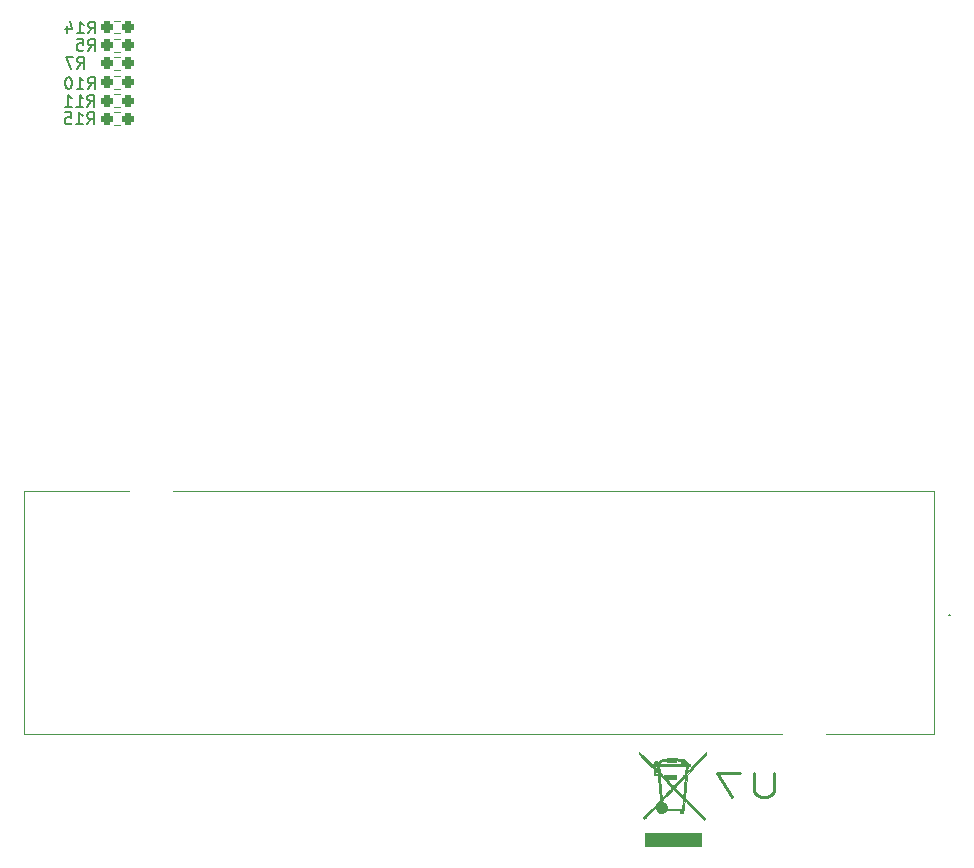
<source format=gbr>
%TF.GenerationSoftware,KiCad,Pcbnew,(6.0.4)*%
%TF.CreationDate,2022-06-30T01:03:10+03:00*%
%TF.ProjectId,test_project_01,74657374-5f70-4726-9f6a-6563745f3031,rev?*%
%TF.SameCoordinates,Original*%
%TF.FileFunction,Legend,Bot*%
%TF.FilePolarity,Positive*%
%FSLAX46Y46*%
G04 Gerber Fmt 4.6, Leading zero omitted, Abs format (unit mm)*
G04 Created by KiCad (PCBNEW (6.0.4)) date 2022-06-30 01:03:10*
%MOMM*%
%LPD*%
G01*
G04 APERTURE LIST*
G04 Aperture macros list*
%AMRoundRect*
0 Rectangle with rounded corners*
0 $1 Rounding radius*
0 $2 $3 $4 $5 $6 $7 $8 $9 X,Y pos of 4 corners*
0 Add a 4 corners polygon primitive as box body*
4,1,4,$2,$3,$4,$5,$6,$7,$8,$9,$2,$3,0*
0 Add four circle primitives for the rounded corners*
1,1,$1+$1,$2,$3*
1,1,$1+$1,$4,$5*
1,1,$1+$1,$6,$7*
1,1,$1+$1,$8,$9*
0 Add four rect primitives between the rounded corners*
20,1,$1+$1,$2,$3,$4,$5,0*
20,1,$1+$1,$4,$5,$6,$7,0*
20,1,$1+$1,$6,$7,$8,$9,0*
20,1,$1+$1,$8,$9,$2,$3,0*%
G04 Aperture macros list end*
%ADD10C,0.254000*%
%ADD11C,0.150000*%
%ADD12C,0.010000*%
%ADD13C,0.200000*%
%ADD14C,0.100000*%
%ADD15C,0.120000*%
%ADD16O,1.700000X1.700000*%
%ADD17R,1.700000X1.700000*%
%ADD18R,2.000000X5.500000*%
%ADD19R,5.000000X1.800000*%
%ADD20R,1.600000X1.600000*%
%ADD21C,1.600000*%
%ADD22C,1.440000*%
%ADD23C,1.300000*%
%ADD24C,1.710000*%
%ADD25C,3.810000*%
%ADD26C,2.700000*%
%ADD27C,1.524000*%
%ADD28R,1.500000X1.600000*%
%ADD29C,3.000000*%
%ADD30RoundRect,0.650000X0.650000X-0.650000X0.650000X0.650000X-0.650000X0.650000X-0.650000X-0.650000X0*%
%ADD31C,2.600000*%
%ADD32RoundRect,0.101600X-1.206500X1.206500X-1.206500X-1.206500X1.206500X-1.206500X1.206500X1.206500X0*%
%ADD33C,2.616200*%
%ADD34C,3.200000*%
%ADD35C,2.800000*%
%ADD36C,1.500000*%
%ADD37R,1.800000X4.400000*%
%ADD38O,1.800000X4.000000*%
%ADD39O,4.000000X1.800000*%
%ADD40R,2.400000X2.400000*%
%ADD41O,2.400000X2.400000*%
%ADD42C,0.900000*%
%ADD43C,1.530000*%
%ADD44C,3.600000*%
%ADD45R,1.950000X1.950000*%
%ADD46C,1.950000*%
%ADD47C,2.400000*%
%ADD48C,5.325000*%
%ADD49C,3.585000*%
%ADD50C,1.980000*%
%ADD51RoundRect,0.237500X0.250000X0.237500X-0.250000X0.237500X-0.250000X-0.237500X0.250000X-0.237500X0*%
G04 APERTURE END LIST*
D10*
%TO.C,U7*%
X114756914Y-142160761D02*
X114756914Y-143779809D01*
X114614057Y-143970285D01*
X114471200Y-144065523D01*
X114185485Y-144160761D01*
X113614057Y-144160761D01*
X113328342Y-144065523D01*
X113185485Y-143970285D01*
X113042628Y-143779809D01*
X113042628Y-142160761D01*
X111899771Y-142160761D02*
X109899771Y-142160761D01*
X111185485Y-144160761D01*
D11*
%TO.C,R11*%
X56624457Y-85745580D02*
X56957790Y-85269390D01*
X57195885Y-85745580D02*
X57195885Y-84745580D01*
X56814933Y-84745580D01*
X56719695Y-84793200D01*
X56672076Y-84840819D01*
X56624457Y-84936057D01*
X56624457Y-85078914D01*
X56672076Y-85174152D01*
X56719695Y-85221771D01*
X56814933Y-85269390D01*
X57195885Y-85269390D01*
X55672076Y-85745580D02*
X56243504Y-85745580D01*
X55957790Y-85745580D02*
X55957790Y-84745580D01*
X56053028Y-84888438D01*
X56148266Y-84983676D01*
X56243504Y-85031295D01*
X54719695Y-85745580D02*
X55291123Y-85745580D01*
X55005409Y-85745580D02*
X55005409Y-84745580D01*
X55100647Y-84888438D01*
X55195885Y-84983676D01*
X55291123Y-85031295D01*
%TO.C,R10*%
X56649857Y-84246980D02*
X56983190Y-83770790D01*
X57221285Y-84246980D02*
X57221285Y-83246980D01*
X56840333Y-83246980D01*
X56745095Y-83294600D01*
X56697476Y-83342219D01*
X56649857Y-83437457D01*
X56649857Y-83580314D01*
X56697476Y-83675552D01*
X56745095Y-83723171D01*
X56840333Y-83770790D01*
X57221285Y-83770790D01*
X55697476Y-84246980D02*
X56268904Y-84246980D01*
X55983190Y-84246980D02*
X55983190Y-83246980D01*
X56078428Y-83389838D01*
X56173666Y-83485076D01*
X56268904Y-83532695D01*
X55078428Y-83246980D02*
X54983190Y-83246980D01*
X54887952Y-83294600D01*
X54840333Y-83342219D01*
X54792714Y-83437457D01*
X54745095Y-83627933D01*
X54745095Y-83866028D01*
X54792714Y-84056504D01*
X54840333Y-84151742D01*
X54887952Y-84199361D01*
X54983190Y-84246980D01*
X55078428Y-84246980D01*
X55173666Y-84199361D01*
X55221285Y-84151742D01*
X55268904Y-84056504D01*
X55316523Y-83866028D01*
X55316523Y-83627933D01*
X55268904Y-83437457D01*
X55221285Y-83342219D01*
X55173666Y-83294600D01*
X55078428Y-83246980D01*
%TO.C,R5*%
X56656266Y-81021180D02*
X56989600Y-80544990D01*
X57227695Y-81021180D02*
X57227695Y-80021180D01*
X56846742Y-80021180D01*
X56751504Y-80068800D01*
X56703885Y-80116419D01*
X56656266Y-80211657D01*
X56656266Y-80354514D01*
X56703885Y-80449752D01*
X56751504Y-80497371D01*
X56846742Y-80544990D01*
X57227695Y-80544990D01*
X55751504Y-80021180D02*
X56227695Y-80021180D01*
X56275314Y-80497371D01*
X56227695Y-80449752D01*
X56132457Y-80402133D01*
X55894361Y-80402133D01*
X55799123Y-80449752D01*
X55751504Y-80497371D01*
X55703885Y-80592609D01*
X55703885Y-80830704D01*
X55751504Y-80925942D01*
X55799123Y-80973561D01*
X55894361Y-81021180D01*
X56132457Y-81021180D01*
X56227695Y-80973561D01*
X56275314Y-80925942D01*
%TO.C,R14*%
X56675257Y-79547980D02*
X57008590Y-79071790D01*
X57246685Y-79547980D02*
X57246685Y-78547980D01*
X56865733Y-78547980D01*
X56770495Y-78595600D01*
X56722876Y-78643219D01*
X56675257Y-78738457D01*
X56675257Y-78881314D01*
X56722876Y-78976552D01*
X56770495Y-79024171D01*
X56865733Y-79071790D01*
X57246685Y-79071790D01*
X55722876Y-79547980D02*
X56294304Y-79547980D01*
X56008590Y-79547980D02*
X56008590Y-78547980D01*
X56103828Y-78690838D01*
X56199066Y-78786076D01*
X56294304Y-78833695D01*
X54865733Y-78881314D02*
X54865733Y-79547980D01*
X55103828Y-78500361D02*
X55341923Y-79214647D01*
X54722876Y-79214647D01*
%TO.C,R15*%
X56599057Y-87244180D02*
X56932390Y-86767990D01*
X57170485Y-87244180D02*
X57170485Y-86244180D01*
X56789533Y-86244180D01*
X56694295Y-86291800D01*
X56646676Y-86339419D01*
X56599057Y-86434657D01*
X56599057Y-86577514D01*
X56646676Y-86672752D01*
X56694295Y-86720371D01*
X56789533Y-86767990D01*
X57170485Y-86767990D01*
X55646676Y-87244180D02*
X56218104Y-87244180D01*
X55932390Y-87244180D02*
X55932390Y-86244180D01*
X56027628Y-86387038D01*
X56122866Y-86482276D01*
X56218104Y-86529895D01*
X54741914Y-86244180D02*
X55218104Y-86244180D01*
X55265723Y-86720371D01*
X55218104Y-86672752D01*
X55122866Y-86625133D01*
X54884771Y-86625133D01*
X54789533Y-86672752D01*
X54741914Y-86720371D01*
X54694295Y-86815609D01*
X54694295Y-87053704D01*
X54741914Y-87148942D01*
X54789533Y-87196561D01*
X54884771Y-87244180D01*
X55122866Y-87244180D01*
X55218104Y-87196561D01*
X55265723Y-87148942D01*
%TO.C,R7*%
X55767266Y-82519780D02*
X56100600Y-82043590D01*
X56338695Y-82519780D02*
X56338695Y-81519780D01*
X55957742Y-81519780D01*
X55862504Y-81567400D01*
X55814885Y-81615019D01*
X55767266Y-81710257D01*
X55767266Y-81853114D01*
X55814885Y-81948352D01*
X55862504Y-81995971D01*
X55957742Y-82043590D01*
X56338695Y-82043590D01*
X55433933Y-81519780D02*
X54767266Y-81519780D01*
X55195838Y-82519780D01*
%TO.C,FID5*%
G36*
X108528184Y-148384126D02*
G01*
X103849237Y-148384126D01*
X103849237Y-147231100D01*
X108528184Y-147231100D01*
X108528184Y-148384126D01*
G37*
D12*
X108528184Y-148384126D02*
X103849237Y-148384126D01*
X103849237Y-147231100D01*
X108528184Y-147231100D01*
X108528184Y-148384126D01*
G36*
X107516445Y-141397683D02*
G01*
X107569141Y-141399126D01*
X107659237Y-141399126D01*
X107659237Y-141549521D01*
X107447228Y-141549521D01*
X107427433Y-141785783D01*
X107424775Y-141818083D01*
X107418583Y-141898940D01*
X107414208Y-141964735D01*
X107412030Y-142009391D01*
X107412426Y-142026833D01*
X107418185Y-142021819D01*
X107444462Y-141995683D01*
X107489888Y-141949358D01*
X107552166Y-141885247D01*
X107628997Y-141805750D01*
X107718080Y-141713269D01*
X107817119Y-141610206D01*
X107923814Y-141498962D01*
X108035865Y-141381938D01*
X108150975Y-141261536D01*
X108266844Y-141140158D01*
X108381174Y-141020204D01*
X108491666Y-140904076D01*
X108596021Y-140794175D01*
X108691940Y-140692904D01*
X108777124Y-140602663D01*
X108849275Y-140525853D01*
X108978194Y-140388139D01*
X108978781Y-140505452D01*
X108979368Y-140622764D01*
X108181286Y-141462085D01*
X107383204Y-142301407D01*
X107367250Y-142492706D01*
X107303419Y-143258128D01*
X107292138Y-143393887D01*
X107278140Y-143563754D01*
X107265220Y-143722105D01*
X107253627Y-143865828D01*
X107243607Y-143991810D01*
X107235407Y-144096938D01*
X107229274Y-144178101D01*
X107225456Y-144232186D01*
X107224199Y-144256080D01*
X107227517Y-144267029D01*
X107242429Y-144290671D01*
X107270709Y-144326303D01*
X107284358Y-144341877D01*
X107313864Y-144375548D01*
X107373399Y-144440028D01*
X107450820Y-144521368D01*
X107547632Y-144621191D01*
X107665342Y-144741120D01*
X107805454Y-144882779D01*
X107897628Y-144975736D01*
X108026119Y-145105395D01*
X108154159Y-145234679D01*
X108277900Y-145359697D01*
X108393492Y-145476559D01*
X108497085Y-145581374D01*
X108584831Y-145670252D01*
X108652881Y-145739302D01*
X108919617Y-146010357D01*
X108871169Y-146060926D01*
X108859743Y-146072319D01*
X108826035Y-146100297D01*
X108802910Y-146111495D01*
X108784805Y-146101935D01*
X108751145Y-146073249D01*
X108710792Y-146032120D01*
X108686230Y-146006142D01*
X108640423Y-145958704D01*
X108575683Y-145892166D01*
X108494295Y-145808863D01*
X108398545Y-145711128D01*
X108290721Y-145601295D01*
X108173108Y-145481696D01*
X108047992Y-145354666D01*
X107917659Y-145222538D01*
X107196831Y-144492332D01*
X107167469Y-144871617D01*
X107161068Y-144952572D01*
X107151721Y-145061393D01*
X107143290Y-145143817D01*
X107135151Y-145204175D01*
X107126679Y-145246800D01*
X107117250Y-145276024D01*
X107106237Y-145296180D01*
X107090825Y-145324350D01*
X107078143Y-145376139D01*
X107074368Y-145450752D01*
X107074368Y-145560047D01*
X106773579Y-145560047D01*
X106773579Y-145326100D01*
X105649832Y-145326100D01*
X105584875Y-145399895D01*
X105567110Y-145419111D01*
X105470831Y-145496312D01*
X105362049Y-145543839D01*
X105244262Y-145560047D01*
X105140327Y-145551454D01*
X105022770Y-145515228D01*
X104922134Y-145450482D01*
X104902520Y-145431978D01*
X104853503Y-145372075D01*
X104810497Y-145302293D01*
X104779658Y-145233509D01*
X104767141Y-145176602D01*
X104766899Y-145168341D01*
X104765099Y-145138071D01*
X104760392Y-145117163D01*
X104750544Y-145107269D01*
X104733323Y-145110044D01*
X104706494Y-145127140D01*
X104667824Y-145160210D01*
X104615080Y-145210907D01*
X104546028Y-145280885D01*
X104458434Y-145371797D01*
X104350065Y-145485295D01*
X104292342Y-145545880D01*
X104195855Y-145647318D01*
X104104568Y-145743489D01*
X104022059Y-145830613D01*
X103951906Y-145904911D01*
X103897685Y-145962603D01*
X103862974Y-145999910D01*
X103768092Y-146103139D01*
X103709449Y-146044652D01*
X103650805Y-145986166D01*
X104376179Y-145225837D01*
X104421916Y-145177863D01*
X104584633Y-145006540D01*
X104724313Y-144858338D01*
X104841373Y-144732798D01*
X104936233Y-144629461D01*
X105003309Y-144554567D01*
X105277947Y-144554567D01*
X105280106Y-144572189D01*
X105280483Y-144574030D01*
X105298480Y-144615771D01*
X105334428Y-144635220D01*
X105445237Y-144676683D01*
X105543963Y-144745756D01*
X105621611Y-144837124D01*
X105674828Y-144946795D01*
X105700258Y-145070773D01*
X105708681Y-145175705D01*
X106970482Y-145175705D01*
X106979280Y-145138106D01*
X106980836Y-145128879D01*
X106985672Y-145087618D01*
X106992271Y-145020904D01*
X107000142Y-144934053D01*
X107008797Y-144832377D01*
X107017743Y-144721192D01*
X107047409Y-144341877D01*
X106647532Y-143935798D01*
X106574187Y-143861561D01*
X106484447Y-143771437D01*
X106403940Y-143691375D01*
X106335488Y-143624142D01*
X106281917Y-143572510D01*
X106246052Y-143539246D01*
X106230715Y-143527121D01*
X106220431Y-143532914D01*
X106189801Y-143559275D01*
X106143705Y-143603309D01*
X106086265Y-143661044D01*
X106021605Y-143728511D01*
X106004738Y-143746404D01*
X105929107Y-143826439D01*
X105838984Y-143921577D01*
X105741155Y-144024667D01*
X105642405Y-144128556D01*
X105549520Y-144226093D01*
X105543940Y-144231946D01*
X105457584Y-144322814D01*
X105391690Y-144393177D01*
X105343651Y-144446383D01*
X105310863Y-144485777D01*
X105290720Y-144514708D01*
X105280616Y-144536522D01*
X105277947Y-144554567D01*
X105003309Y-144554567D01*
X105009311Y-144547866D01*
X105061026Y-144487555D01*
X105091796Y-144448066D01*
X105102040Y-144428942D01*
X105102041Y-144428829D01*
X105100636Y-144404994D01*
X105096531Y-144351567D01*
X105090048Y-144272184D01*
X105081508Y-144170480D01*
X105071233Y-144050093D01*
X105059544Y-143914657D01*
X105046763Y-143767811D01*
X105033212Y-143613190D01*
X105019212Y-143454430D01*
X105005085Y-143295168D01*
X104991153Y-143139041D01*
X104977736Y-142989683D01*
X104965157Y-142850733D01*
X104953738Y-142725826D01*
X104943799Y-142618598D01*
X104935662Y-142532687D01*
X104929650Y-142471727D01*
X104926083Y-142439356D01*
X104918891Y-142385138D01*
X105090573Y-142385138D01*
X105092772Y-142426230D01*
X105097611Y-142495335D01*
X105104848Y-142589470D01*
X105114241Y-142705653D01*
X105125547Y-142840899D01*
X105138523Y-142992227D01*
X105152929Y-143156654D01*
X105168521Y-143331197D01*
X105180710Y-143465806D01*
X105195976Y-143632745D01*
X105210269Y-143787218D01*
X105223305Y-143926249D01*
X105234800Y-144046864D01*
X105244470Y-144146089D01*
X105252030Y-144220948D01*
X105257197Y-144268467D01*
X105259686Y-144285672D01*
X105267236Y-144280342D01*
X105294922Y-144254178D01*
X105339909Y-144209237D01*
X105399100Y-144148791D01*
X105469399Y-144076109D01*
X105547708Y-143994464D01*
X105630930Y-143907126D01*
X105715969Y-143817367D01*
X105799727Y-143728458D01*
X105879107Y-143643670D01*
X105951013Y-143566273D01*
X106012347Y-143499541D01*
X106060013Y-143446742D01*
X106090913Y-143411150D01*
X106099941Y-143398786D01*
X106341574Y-143398786D01*
X106707971Y-143764899D01*
X106797569Y-143854279D01*
X106882013Y-143937920D01*
X106947427Y-144001627D01*
X106996208Y-144047468D01*
X107030753Y-144077509D01*
X107053459Y-144093818D01*
X107066722Y-144098462D01*
X107072940Y-144093508D01*
X107074509Y-144081023D01*
X107075515Y-144060963D01*
X107079140Y-144009312D01*
X107085130Y-143930920D01*
X107093198Y-143829359D01*
X107103055Y-143708202D01*
X107114413Y-143571021D01*
X107126984Y-143421387D01*
X107140480Y-143262871D01*
X107152395Y-143123163D01*
X107164811Y-142976014D01*
X107175943Y-142842405D01*
X107185526Y-142725628D01*
X107193290Y-142628978D01*
X107198969Y-142555745D01*
X107202297Y-142509224D01*
X107203004Y-142492706D01*
X107202444Y-142493016D01*
X107186663Y-142508223D01*
X107151606Y-142543903D01*
X107100363Y-142596820D01*
X107036019Y-142663739D01*
X106961664Y-142741423D01*
X106880385Y-142826636D01*
X106795270Y-142916141D01*
X106709406Y-143006702D01*
X106625881Y-143095083D01*
X106547784Y-143178048D01*
X106478202Y-143252360D01*
X106344141Y-143396034D01*
X106341574Y-143398786D01*
X106099941Y-143398786D01*
X106101951Y-143396034D01*
X106091131Y-143381385D01*
X106059674Y-143346322D01*
X106010503Y-143293865D01*
X105946544Y-143226972D01*
X105870723Y-143148599D01*
X105785967Y-143061703D01*
X105695202Y-142969241D01*
X105601356Y-142874169D01*
X105507354Y-142779445D01*
X105416124Y-142688024D01*
X105330591Y-142602865D01*
X105253683Y-142526923D01*
X105188326Y-142463156D01*
X105137446Y-142414520D01*
X105103970Y-142383972D01*
X105090824Y-142374468D01*
X105090573Y-142385138D01*
X104918891Y-142385138D01*
X104916663Y-142368337D01*
X104551079Y-142368337D01*
X104550870Y-142234652D01*
X104684763Y-142234652D01*
X104793382Y-142234652D01*
X104803045Y-142234644D01*
X104857604Y-142233480D01*
X104887276Y-142228502D01*
X104899571Y-142217077D01*
X104902000Y-142196571D01*
X104891301Y-142166429D01*
X104854654Y-142116287D01*
X104793382Y-142050837D01*
X104684763Y-141943184D01*
X104684763Y-142234652D01*
X104550870Y-142234652D01*
X104550641Y-142088435D01*
X104550204Y-141808534D01*
X103949885Y-141198600D01*
X103349567Y-140588666D01*
X103348744Y-140472937D01*
X103347921Y-140357210D01*
X104067969Y-141087049D01*
X104137564Y-141157544D01*
X104281975Y-141303428D01*
X104405442Y-141427475D01*
X104509560Y-141531211D01*
X104595925Y-141616162D01*
X104666132Y-141683856D01*
X104721776Y-141735819D01*
X104764452Y-141773577D01*
X104795756Y-141798657D01*
X104817282Y-141812586D01*
X104830625Y-141816889D01*
X104853125Y-141815586D01*
X104865756Y-141806068D01*
X104867934Y-141780027D01*
X104862697Y-141729159D01*
X104859086Y-141697133D01*
X104854061Y-141643602D01*
X104852037Y-141608008D01*
X104851045Y-141595738D01*
X104841386Y-141582596D01*
X104814703Y-141578241D01*
X104762902Y-141580142D01*
X104749676Y-141580887D01*
X104696733Y-141580047D01*
X104659073Y-141568413D01*
X104632529Y-141549521D01*
X105008974Y-141549521D01*
X105014504Y-141612185D01*
X105017058Y-141640617D01*
X105025018Y-141718242D01*
X105032861Y-141769369D01*
X105042031Y-141799311D01*
X105053973Y-141813380D01*
X105070129Y-141816889D01*
X105084656Y-141819279D01*
X105094289Y-141830698D01*
X105099672Y-141857245D01*
X105102015Y-141905014D01*
X105102526Y-141980102D01*
X105102526Y-142143315D01*
X105155948Y-142196571D01*
X105286342Y-142326560D01*
X105470158Y-142509806D01*
X105470158Y-142368337D01*
X106472790Y-142368337D01*
X106472790Y-142685837D01*
X105650827Y-142685837D01*
X105929589Y-142974093D01*
X105982984Y-143029148D01*
X106056817Y-143104720D01*
X106120929Y-143169682D01*
X106171961Y-143220660D01*
X106206557Y-143254281D01*
X106221357Y-143267174D01*
X106226983Y-143263618D01*
X106253363Y-143239718D01*
X106298849Y-143195462D01*
X106361012Y-143133308D01*
X106437422Y-143055715D01*
X106525649Y-142965140D01*
X106623262Y-142864041D01*
X106727833Y-142754875D01*
X106832940Y-142644564D01*
X106935974Y-142535846D01*
X107019530Y-142446736D01*
X107085654Y-142374871D01*
X107136387Y-142317889D01*
X107173775Y-142273428D01*
X107199860Y-142239125D01*
X107216687Y-142212617D01*
X107226298Y-142191542D01*
X107230739Y-142173539D01*
X107231916Y-142164769D01*
X107237136Y-142116447D01*
X107243742Y-142045307D01*
X107251008Y-141959461D01*
X107258207Y-141867021D01*
X107260648Y-141834825D01*
X107267701Y-141747836D01*
X107274425Y-141672803D01*
X107280160Y-141616855D01*
X107284240Y-141587120D01*
X107292242Y-141549521D01*
X105008974Y-141549521D01*
X104632529Y-141549521D01*
X104621956Y-141541996D01*
X104615563Y-141536435D01*
X104563285Y-141469087D01*
X104542581Y-141399126D01*
X104995481Y-141399126D01*
X106875306Y-141399126D01*
X107157921Y-141399126D01*
X107233706Y-141399126D01*
X107256412Y-141398966D01*
X107290054Y-141396042D01*
X107299766Y-141386570D01*
X107292227Y-141366867D01*
X107289999Y-141363111D01*
X107264990Y-141334223D01*
X107228757Y-141302163D01*
X107192613Y-141276160D01*
X107167874Y-141265442D01*
X107165650Y-141267136D01*
X107160131Y-141290410D01*
X107157921Y-141332284D01*
X107157921Y-141399126D01*
X106875306Y-141399126D01*
X106870397Y-141278607D01*
X106865487Y-141158088D01*
X106765224Y-141137948D01*
X106714943Y-141128814D01*
X106630975Y-141116025D01*
X106552165Y-141106376D01*
X106439368Y-141094945D01*
X106439368Y-141232021D01*
X105670684Y-141232021D01*
X105670684Y-141111196D01*
X105574599Y-141122665D01*
X105427787Y-141147246D01*
X105280032Y-141191689D01*
X105157814Y-141253662D01*
X105059062Y-141334013D01*
X104995481Y-141399126D01*
X104542581Y-141399126D01*
X104540281Y-141391354D01*
X104547328Y-141309811D01*
X104585203Y-141231034D01*
X104588868Y-141226129D01*
X104639486Y-141183927D01*
X104705474Y-141158965D01*
X104776607Y-141152325D01*
X104842664Y-141165092D01*
X104893419Y-141198350D01*
X104910604Y-141215329D01*
X104927345Y-141219444D01*
X104951318Y-141206715D01*
X104991799Y-141174932D01*
X105004219Y-141165164D01*
X105100111Y-141103511D01*
X105213715Y-141048684D01*
X105306630Y-141014784D01*
X105804368Y-141014784D01*
X105804368Y-141098337D01*
X106305684Y-141098337D01*
X106305684Y-141014784D01*
X105804368Y-141014784D01*
X105306630Y-141014784D01*
X105334453Y-141004633D01*
X105451746Y-140975306D01*
X105555017Y-140964652D01*
X105565988Y-140964568D01*
X105626970Y-140958631D01*
X105660460Y-140941985D01*
X105670684Y-140912733D01*
X105671885Y-140903517D01*
X105678449Y-140895591D01*
X105694391Y-140889789D01*
X105723719Y-140885781D01*
X105770440Y-140883239D01*
X105838559Y-140881830D01*
X105932086Y-140881228D01*
X106055026Y-140881100D01*
X106170219Y-140881325D01*
X106268126Y-140882235D01*
X106339800Y-140884069D01*
X106389001Y-140887066D01*
X106419490Y-140891463D01*
X106435025Y-140897498D01*
X106439368Y-140905408D01*
X106453653Y-140924832D01*
X106493678Y-140937227D01*
X106508997Y-140939396D01*
X106561230Y-140947030D01*
X106630737Y-140957378D01*
X106706737Y-140968840D01*
X106748651Y-140974675D01*
X106809992Y-140980994D01*
X106853273Y-140982518D01*
X106871057Y-140978797D01*
X106874094Y-140976373D01*
X106902130Y-140970385D01*
X106952564Y-140966217D01*
X107017274Y-140964652D01*
X107157921Y-140964652D01*
X107157937Y-141014784D01*
X107157938Y-141018962D01*
X107158595Y-141036172D01*
X107167141Y-141065067D01*
X107191466Y-141089572D01*
X107238918Y-141118743D01*
X107280573Y-141145393D01*
X107343989Y-141196560D01*
X107401460Y-141254000D01*
X107445422Y-141309879D01*
X107468311Y-141356362D01*
X107473919Y-141374274D01*
X107484309Y-141386570D01*
X107487812Y-141390716D01*
X107516445Y-141397683D01*
G37*
X107516445Y-141397683D02*
X107569141Y-141399126D01*
X107659237Y-141399126D01*
X107659237Y-141549521D01*
X107447228Y-141549521D01*
X107427433Y-141785783D01*
X107424775Y-141818083D01*
X107418583Y-141898940D01*
X107414208Y-141964735D01*
X107412030Y-142009391D01*
X107412426Y-142026833D01*
X107418185Y-142021819D01*
X107444462Y-141995683D01*
X107489888Y-141949358D01*
X107552166Y-141885247D01*
X107628997Y-141805750D01*
X107718080Y-141713269D01*
X107817119Y-141610206D01*
X107923814Y-141498962D01*
X108035865Y-141381938D01*
X108150975Y-141261536D01*
X108266844Y-141140158D01*
X108381174Y-141020204D01*
X108491666Y-140904076D01*
X108596021Y-140794175D01*
X108691940Y-140692904D01*
X108777124Y-140602663D01*
X108849275Y-140525853D01*
X108978194Y-140388139D01*
X108978781Y-140505452D01*
X108979368Y-140622764D01*
X108181286Y-141462085D01*
X107383204Y-142301407D01*
X107367250Y-142492706D01*
X107303419Y-143258128D01*
X107292138Y-143393887D01*
X107278140Y-143563754D01*
X107265220Y-143722105D01*
X107253627Y-143865828D01*
X107243607Y-143991810D01*
X107235407Y-144096938D01*
X107229274Y-144178101D01*
X107225456Y-144232186D01*
X107224199Y-144256080D01*
X107227517Y-144267029D01*
X107242429Y-144290671D01*
X107270709Y-144326303D01*
X107284358Y-144341877D01*
X107313864Y-144375548D01*
X107373399Y-144440028D01*
X107450820Y-144521368D01*
X107547632Y-144621191D01*
X107665342Y-144741120D01*
X107805454Y-144882779D01*
X107897628Y-144975736D01*
X108026119Y-145105395D01*
X108154159Y-145234679D01*
X108277900Y-145359697D01*
X108393492Y-145476559D01*
X108497085Y-145581374D01*
X108584831Y-145670252D01*
X108652881Y-145739302D01*
X108919617Y-146010357D01*
X108871169Y-146060926D01*
X108859743Y-146072319D01*
X108826035Y-146100297D01*
X108802910Y-146111495D01*
X108784805Y-146101935D01*
X108751145Y-146073249D01*
X108710792Y-146032120D01*
X108686230Y-146006142D01*
X108640423Y-145958704D01*
X108575683Y-145892166D01*
X108494295Y-145808863D01*
X108398545Y-145711128D01*
X108290721Y-145601295D01*
X108173108Y-145481696D01*
X108047992Y-145354666D01*
X107917659Y-145222538D01*
X107196831Y-144492332D01*
X107167469Y-144871617D01*
X107161068Y-144952572D01*
X107151721Y-145061393D01*
X107143290Y-145143817D01*
X107135151Y-145204175D01*
X107126679Y-145246800D01*
X107117250Y-145276024D01*
X107106237Y-145296180D01*
X107090825Y-145324350D01*
X107078143Y-145376139D01*
X107074368Y-145450752D01*
X107074368Y-145560047D01*
X106773579Y-145560047D01*
X106773579Y-145326100D01*
X105649832Y-145326100D01*
X105584875Y-145399895D01*
X105567110Y-145419111D01*
X105470831Y-145496312D01*
X105362049Y-145543839D01*
X105244262Y-145560047D01*
X105140327Y-145551454D01*
X105022770Y-145515228D01*
X104922134Y-145450482D01*
X104902520Y-145431978D01*
X104853503Y-145372075D01*
X104810497Y-145302293D01*
X104779658Y-145233509D01*
X104767141Y-145176602D01*
X104766899Y-145168341D01*
X104765099Y-145138071D01*
X104760392Y-145117163D01*
X104750544Y-145107269D01*
X104733323Y-145110044D01*
X104706494Y-145127140D01*
X104667824Y-145160210D01*
X104615080Y-145210907D01*
X104546028Y-145280885D01*
X104458434Y-145371797D01*
X104350065Y-145485295D01*
X104292342Y-145545880D01*
X104195855Y-145647318D01*
X104104568Y-145743489D01*
X104022059Y-145830613D01*
X103951906Y-145904911D01*
X103897685Y-145962603D01*
X103862974Y-145999910D01*
X103768092Y-146103139D01*
X103709449Y-146044652D01*
X103650805Y-145986166D01*
X104376179Y-145225837D01*
X104421916Y-145177863D01*
X104584633Y-145006540D01*
X104724313Y-144858338D01*
X104841373Y-144732798D01*
X104936233Y-144629461D01*
X105003309Y-144554567D01*
X105277947Y-144554567D01*
X105280106Y-144572189D01*
X105280483Y-144574030D01*
X105298480Y-144615771D01*
X105334428Y-144635220D01*
X105445237Y-144676683D01*
X105543963Y-144745756D01*
X105621611Y-144837124D01*
X105674828Y-144946795D01*
X105700258Y-145070773D01*
X105708681Y-145175705D01*
X106970482Y-145175705D01*
X106979280Y-145138106D01*
X106980836Y-145128879D01*
X106985672Y-145087618D01*
X106992271Y-145020904D01*
X107000142Y-144934053D01*
X107008797Y-144832377D01*
X107017743Y-144721192D01*
X107047409Y-144341877D01*
X106647532Y-143935798D01*
X106574187Y-143861561D01*
X106484447Y-143771437D01*
X106403940Y-143691375D01*
X106335488Y-143624142D01*
X106281917Y-143572510D01*
X106246052Y-143539246D01*
X106230715Y-143527121D01*
X106220431Y-143532914D01*
X106189801Y-143559275D01*
X106143705Y-143603309D01*
X106086265Y-143661044D01*
X106021605Y-143728511D01*
X106004738Y-143746404D01*
X105929107Y-143826439D01*
X105838984Y-143921577D01*
X105741155Y-144024667D01*
X105642405Y-144128556D01*
X105549520Y-144226093D01*
X105543940Y-144231946D01*
X105457584Y-144322814D01*
X105391690Y-144393177D01*
X105343651Y-144446383D01*
X105310863Y-144485777D01*
X105290720Y-144514708D01*
X105280616Y-144536522D01*
X105277947Y-144554567D01*
X105003309Y-144554567D01*
X105009311Y-144547866D01*
X105061026Y-144487555D01*
X105091796Y-144448066D01*
X105102040Y-144428942D01*
X105102041Y-144428829D01*
X105100636Y-144404994D01*
X105096531Y-144351567D01*
X105090048Y-144272184D01*
X105081508Y-144170480D01*
X105071233Y-144050093D01*
X105059544Y-143914657D01*
X105046763Y-143767811D01*
X105033212Y-143613190D01*
X105019212Y-143454430D01*
X105005085Y-143295168D01*
X104991153Y-143139041D01*
X104977736Y-142989683D01*
X104965157Y-142850733D01*
X104953738Y-142725826D01*
X104943799Y-142618598D01*
X104935662Y-142532687D01*
X104929650Y-142471727D01*
X104926083Y-142439356D01*
X104918891Y-142385138D01*
X105090573Y-142385138D01*
X105092772Y-142426230D01*
X105097611Y-142495335D01*
X105104848Y-142589470D01*
X105114241Y-142705653D01*
X105125547Y-142840899D01*
X105138523Y-142992227D01*
X105152929Y-143156654D01*
X105168521Y-143331197D01*
X105180710Y-143465806D01*
X105195976Y-143632745D01*
X105210269Y-143787218D01*
X105223305Y-143926249D01*
X105234800Y-144046864D01*
X105244470Y-144146089D01*
X105252030Y-144220948D01*
X105257197Y-144268467D01*
X105259686Y-144285672D01*
X105267236Y-144280342D01*
X105294922Y-144254178D01*
X105339909Y-144209237D01*
X105399100Y-144148791D01*
X105469399Y-144076109D01*
X105547708Y-143994464D01*
X105630930Y-143907126D01*
X105715969Y-143817367D01*
X105799727Y-143728458D01*
X105879107Y-143643670D01*
X105951013Y-143566273D01*
X106012347Y-143499541D01*
X106060013Y-143446742D01*
X106090913Y-143411150D01*
X106099941Y-143398786D01*
X106341574Y-143398786D01*
X106707971Y-143764899D01*
X106797569Y-143854279D01*
X106882013Y-143937920D01*
X106947427Y-144001627D01*
X106996208Y-144047468D01*
X107030753Y-144077509D01*
X107053459Y-144093818D01*
X107066722Y-144098462D01*
X107072940Y-144093508D01*
X107074509Y-144081023D01*
X107075515Y-144060963D01*
X107079140Y-144009312D01*
X107085130Y-143930920D01*
X107093198Y-143829359D01*
X107103055Y-143708202D01*
X107114413Y-143571021D01*
X107126984Y-143421387D01*
X107140480Y-143262871D01*
X107152395Y-143123163D01*
X107164811Y-142976014D01*
X107175943Y-142842405D01*
X107185526Y-142725628D01*
X107193290Y-142628978D01*
X107198969Y-142555745D01*
X107202297Y-142509224D01*
X107203004Y-142492706D01*
X107202444Y-142493016D01*
X107186663Y-142508223D01*
X107151606Y-142543903D01*
X107100363Y-142596820D01*
X107036019Y-142663739D01*
X106961664Y-142741423D01*
X106880385Y-142826636D01*
X106795270Y-142916141D01*
X106709406Y-143006702D01*
X106625881Y-143095083D01*
X106547784Y-143178048D01*
X106478202Y-143252360D01*
X106344141Y-143396034D01*
X106341574Y-143398786D01*
X106099941Y-143398786D01*
X106101951Y-143396034D01*
X106091131Y-143381385D01*
X106059674Y-143346322D01*
X106010503Y-143293865D01*
X105946544Y-143226972D01*
X105870723Y-143148599D01*
X105785967Y-143061703D01*
X105695202Y-142969241D01*
X105601356Y-142874169D01*
X105507354Y-142779445D01*
X105416124Y-142688024D01*
X105330591Y-142602865D01*
X105253683Y-142526923D01*
X105188326Y-142463156D01*
X105137446Y-142414520D01*
X105103970Y-142383972D01*
X105090824Y-142374468D01*
X105090573Y-142385138D01*
X104918891Y-142385138D01*
X104916663Y-142368337D01*
X104551079Y-142368337D01*
X104550870Y-142234652D01*
X104684763Y-142234652D01*
X104793382Y-142234652D01*
X104803045Y-142234644D01*
X104857604Y-142233480D01*
X104887276Y-142228502D01*
X104899571Y-142217077D01*
X104902000Y-142196571D01*
X104891301Y-142166429D01*
X104854654Y-142116287D01*
X104793382Y-142050837D01*
X104684763Y-141943184D01*
X104684763Y-142234652D01*
X104550870Y-142234652D01*
X104550641Y-142088435D01*
X104550204Y-141808534D01*
X103949885Y-141198600D01*
X103349567Y-140588666D01*
X103348744Y-140472937D01*
X103347921Y-140357210D01*
X104067969Y-141087049D01*
X104137564Y-141157544D01*
X104281975Y-141303428D01*
X104405442Y-141427475D01*
X104509560Y-141531211D01*
X104595925Y-141616162D01*
X104666132Y-141683856D01*
X104721776Y-141735819D01*
X104764452Y-141773577D01*
X104795756Y-141798657D01*
X104817282Y-141812586D01*
X104830625Y-141816889D01*
X104853125Y-141815586D01*
X104865756Y-141806068D01*
X104867934Y-141780027D01*
X104862697Y-141729159D01*
X104859086Y-141697133D01*
X104854061Y-141643602D01*
X104852037Y-141608008D01*
X104851045Y-141595738D01*
X104841386Y-141582596D01*
X104814703Y-141578241D01*
X104762902Y-141580142D01*
X104749676Y-141580887D01*
X104696733Y-141580047D01*
X104659073Y-141568413D01*
X104632529Y-141549521D01*
X105008974Y-141549521D01*
X105014504Y-141612185D01*
X105017058Y-141640617D01*
X105025018Y-141718242D01*
X105032861Y-141769369D01*
X105042031Y-141799311D01*
X105053973Y-141813380D01*
X105070129Y-141816889D01*
X105084656Y-141819279D01*
X105094289Y-141830698D01*
X105099672Y-141857245D01*
X105102015Y-141905014D01*
X105102526Y-141980102D01*
X105102526Y-142143315D01*
X105155948Y-142196571D01*
X105286342Y-142326560D01*
X105470158Y-142509806D01*
X105470158Y-142368337D01*
X106472790Y-142368337D01*
X106472790Y-142685837D01*
X105650827Y-142685837D01*
X105929589Y-142974093D01*
X105982984Y-143029148D01*
X106056817Y-143104720D01*
X106120929Y-143169682D01*
X106171961Y-143220660D01*
X106206557Y-143254281D01*
X106221357Y-143267174D01*
X106226983Y-143263618D01*
X106253363Y-143239718D01*
X106298849Y-143195462D01*
X106361012Y-143133308D01*
X106437422Y-143055715D01*
X106525649Y-142965140D01*
X106623262Y-142864041D01*
X106727833Y-142754875D01*
X106832940Y-142644564D01*
X106935974Y-142535846D01*
X107019530Y-142446736D01*
X107085654Y-142374871D01*
X107136387Y-142317889D01*
X107173775Y-142273428D01*
X107199860Y-142239125D01*
X107216687Y-142212617D01*
X107226298Y-142191542D01*
X107230739Y-142173539D01*
X107231916Y-142164769D01*
X107237136Y-142116447D01*
X107243742Y-142045307D01*
X107251008Y-141959461D01*
X107258207Y-141867021D01*
X107260648Y-141834825D01*
X107267701Y-141747836D01*
X107274425Y-141672803D01*
X107280160Y-141616855D01*
X107284240Y-141587120D01*
X107292242Y-141549521D01*
X105008974Y-141549521D01*
X104632529Y-141549521D01*
X104621956Y-141541996D01*
X104615563Y-141536435D01*
X104563285Y-141469087D01*
X104542581Y-141399126D01*
X104995481Y-141399126D01*
X106875306Y-141399126D01*
X107157921Y-141399126D01*
X107233706Y-141399126D01*
X107256412Y-141398966D01*
X107290054Y-141396042D01*
X107299766Y-141386570D01*
X107292227Y-141366867D01*
X107289999Y-141363111D01*
X107264990Y-141334223D01*
X107228757Y-141302163D01*
X107192613Y-141276160D01*
X107167874Y-141265442D01*
X107165650Y-141267136D01*
X107160131Y-141290410D01*
X107157921Y-141332284D01*
X107157921Y-141399126D01*
X106875306Y-141399126D01*
X106870397Y-141278607D01*
X106865487Y-141158088D01*
X106765224Y-141137948D01*
X106714943Y-141128814D01*
X106630975Y-141116025D01*
X106552165Y-141106376D01*
X106439368Y-141094945D01*
X106439368Y-141232021D01*
X105670684Y-141232021D01*
X105670684Y-141111196D01*
X105574599Y-141122665D01*
X105427787Y-141147246D01*
X105280032Y-141191689D01*
X105157814Y-141253662D01*
X105059062Y-141334013D01*
X104995481Y-141399126D01*
X104542581Y-141399126D01*
X104540281Y-141391354D01*
X104547328Y-141309811D01*
X104585203Y-141231034D01*
X104588868Y-141226129D01*
X104639486Y-141183927D01*
X104705474Y-141158965D01*
X104776607Y-141152325D01*
X104842664Y-141165092D01*
X104893419Y-141198350D01*
X104910604Y-141215329D01*
X104927345Y-141219444D01*
X104951318Y-141206715D01*
X104991799Y-141174932D01*
X105004219Y-141165164D01*
X105100111Y-141103511D01*
X105213715Y-141048684D01*
X105306630Y-141014784D01*
X105804368Y-141014784D01*
X105804368Y-141098337D01*
X106305684Y-141098337D01*
X106305684Y-141014784D01*
X105804368Y-141014784D01*
X105306630Y-141014784D01*
X105334453Y-141004633D01*
X105451746Y-140975306D01*
X105555017Y-140964652D01*
X105565988Y-140964568D01*
X105626970Y-140958631D01*
X105660460Y-140941985D01*
X105670684Y-140912733D01*
X105671885Y-140903517D01*
X105678449Y-140895591D01*
X105694391Y-140889789D01*
X105723719Y-140885781D01*
X105770440Y-140883239D01*
X105838559Y-140881830D01*
X105932086Y-140881228D01*
X106055026Y-140881100D01*
X106170219Y-140881325D01*
X106268126Y-140882235D01*
X106339800Y-140884069D01*
X106389001Y-140887066D01*
X106419490Y-140891463D01*
X106435025Y-140897498D01*
X106439368Y-140905408D01*
X106453653Y-140924832D01*
X106493678Y-140937227D01*
X106508997Y-140939396D01*
X106561230Y-140947030D01*
X106630737Y-140957378D01*
X106706737Y-140968840D01*
X106748651Y-140974675D01*
X106809992Y-140980994D01*
X106853273Y-140982518D01*
X106871057Y-140978797D01*
X106874094Y-140976373D01*
X106902130Y-140970385D01*
X106952564Y-140966217D01*
X107017274Y-140964652D01*
X107157921Y-140964652D01*
X107157937Y-141014784D01*
X107157938Y-141018962D01*
X107158595Y-141036172D01*
X107167141Y-141065067D01*
X107191466Y-141089572D01*
X107238918Y-141118743D01*
X107280573Y-141145393D01*
X107343989Y-141196560D01*
X107401460Y-141254000D01*
X107445422Y-141309879D01*
X107468311Y-141356362D01*
X107473919Y-141374274D01*
X107484309Y-141386570D01*
X107487812Y-141390716D01*
X107516445Y-141397683D01*
D13*
%TO.C,U7*%
X129657000Y-128824800D02*
G75*
G03*
X129557000Y-128824800I-50000J0D01*
G01*
X129557000Y-128824800D02*
G75*
G03*
X129657000Y-128824800I50000J0D01*
G01*
X129557000Y-128824800D02*
G75*
G03*
X129657000Y-128824800I50000J0D01*
G01*
D14*
X51232000Y-118249800D02*
X60147000Y-118249800D01*
X128282000Y-138899800D02*
X128282000Y-118249800D01*
D13*
X129657000Y-128824800D02*
X129657000Y-128824800D01*
D14*
X115397000Y-138899800D02*
X115397000Y-138899800D01*
X128282000Y-138899800D02*
X119147000Y-138899800D01*
X51232000Y-138899800D02*
X51232000Y-138899800D01*
X128282000Y-138899800D02*
X128282000Y-138899800D01*
X115397000Y-138899800D02*
X51232000Y-138899800D01*
X60147000Y-118249800D02*
X60147000Y-118249800D01*
X128282000Y-118249800D02*
X128282000Y-138899800D01*
X51232000Y-138899800D02*
X115397000Y-138899800D01*
X128282000Y-118249800D02*
X128282000Y-118249800D01*
X63897000Y-118249800D02*
X63897000Y-118249800D01*
X128282000Y-118249800D02*
X128282000Y-118249800D01*
X128282000Y-138899800D02*
X128282000Y-138899800D01*
X51232000Y-118249800D02*
X51232000Y-118249800D01*
X51232000Y-118249800D02*
X51232000Y-138899800D01*
X51232000Y-138899800D02*
X51232000Y-118249800D01*
X60147000Y-118249800D02*
X51232000Y-118249800D01*
X63897000Y-118249800D02*
X128282000Y-118249800D01*
X119147000Y-138899800D02*
X128282000Y-138899800D01*
D13*
X129557000Y-128824800D02*
X129557000Y-128824800D01*
D14*
X128282000Y-118249800D02*
X63897000Y-118249800D01*
X51232000Y-138899800D02*
X51232000Y-138899800D01*
D13*
X129657000Y-128824800D02*
X129657000Y-128824800D01*
D14*
X119147000Y-138899800D02*
X119147000Y-138899800D01*
X51232000Y-118249800D02*
X51232000Y-118249800D01*
D15*
%TO.C,R11*%
X59413824Y-85764900D02*
X58904376Y-85764900D01*
X59413824Y-84719900D02*
X58904376Y-84719900D01*
%TO.C,R10*%
X59411324Y-83170500D02*
X58901876Y-83170500D01*
X59411324Y-84215500D02*
X58901876Y-84215500D01*
%TO.C,R5*%
X59413824Y-81091300D02*
X58904376Y-81091300D01*
X59413824Y-80046300D02*
X58904376Y-80046300D01*
%TO.C,R14*%
X59413824Y-79541900D02*
X58904376Y-79541900D01*
X59413824Y-78496900D02*
X58904376Y-78496900D01*
%TO.C,R15*%
X59411324Y-87288900D02*
X58901876Y-87288900D01*
X59411324Y-86243900D02*
X58901876Y-86243900D01*
%TO.C,R7*%
X59413824Y-81570300D02*
X58904376Y-81570300D01*
X59413824Y-82615300D02*
X58904376Y-82615300D01*
%TD*%
%LPC*%
D16*
%TO.C,J8*%
X120167400Y-66421000D03*
X120167400Y-63881000D03*
X120167400Y-61341000D03*
X120167400Y-58801000D03*
X120167400Y-56261000D03*
D17*
X120167400Y-53721000D03*
%TD*%
D18*
%TO.C,J4*%
X132549800Y-63195200D03*
D19*
X126961800Y-58369200D03*
X130009800Y-56083200D03*
%TD*%
D20*
%TO.C,C22*%
X95351600Y-146024600D03*
D21*
X95351600Y-148250000D03*
%TD*%
D22*
%TO.C,RV1*%
X122162000Y-110439200D03*
X117082000Y-112979200D03*
X122162000Y-115519200D03*
%TD*%
D17*
%TO.C,JP2*%
X133197600Y-130240800D03*
D16*
X133197600Y-132780800D03*
X133197600Y-135320800D03*
%TD*%
D21*
%TO.C,C21*%
X89636600Y-147750000D03*
D20*
X89636600Y-145542000D03*
%TD*%
D23*
%TO.C,S3*%
X82613000Y-145790500D03*
X78613000Y-145790500D03*
X74613000Y-145790500D03*
D24*
X84613000Y-141540500D03*
X84613000Y-147540500D03*
X72613000Y-147540500D03*
X72613000Y-141540500D03*
%TD*%
D25*
%TO.C,U4*%
X70510400Y-99161600D03*
X70510400Y-111861600D03*
D26*
X72161400Y-107543600D03*
X72161400Y-103479600D03*
D27*
X84480400Y-97891600D03*
X84480400Y-100431600D03*
X84480400Y-113131600D03*
X84480400Y-110591600D03*
X84480400Y-108051600D03*
X84480400Y-105511600D03*
X84480400Y-102971600D03*
%TD*%
D28*
%TO.C,J9*%
X142925200Y-129712600D03*
D21*
X142925200Y-127212600D03*
X142925200Y-125212600D03*
X142925200Y-122712600D03*
D29*
X145635200Y-132782600D03*
X145635200Y-119642600D03*
%TD*%
D30*
%TO.C,J11*%
X137490200Y-135229600D03*
D31*
X137490200Y-130149600D03*
%TD*%
D30*
%TO.C,J12*%
X138176000Y-124764800D03*
D31*
X138176000Y-119684800D03*
%TD*%
D32*
%TO.C,J7*%
X144940020Y-101959410D03*
D33*
X144940020Y-106958130D03*
X144940020Y-111959390D03*
%TD*%
D34*
%TO.C,H4*%
X55000000Y-145000000D03*
%TD*%
D35*
%TO.C,U1*%
X70512600Y-55956200D03*
%TD*%
D34*
%TO.C,H3*%
X145000000Y-145000000D03*
%TD*%
D32*
%TO.C,J6*%
X145008600Y-85496400D03*
D33*
X145008600Y-90495120D03*
X145008600Y-95496380D03*
%TD*%
D36*
%TO.C,S2*%
X95148400Y-93980000D03*
X102768400Y-93980000D03*
X95148400Y-96520000D03*
X102768400Y-96520000D03*
X95148400Y-99060000D03*
X102768400Y-99060000D03*
X95148400Y-101600000D03*
X102768400Y-101600000D03*
X95148400Y-104140000D03*
X102768400Y-104140000D03*
X95148400Y-106680000D03*
X102768400Y-106680000D03*
X95148400Y-109220000D03*
X102768400Y-109220000D03*
X95148400Y-111760000D03*
X102768400Y-111760000D03*
%TD*%
D37*
%TO.C,J5*%
X136626600Y-64811200D03*
D38*
X142426600Y-64811200D03*
D39*
X139626600Y-60011200D03*
%TD*%
D40*
%TO.C,D4*%
X133451600Y-124617200D03*
D41*
X133451600Y-119537200D03*
%TD*%
D34*
%TO.C,H2*%
X145000000Y-55000000D03*
%TD*%
D42*
%TO.C,J10*%
X134584800Y-143123600D03*
X130184800Y-143123600D03*
%TD*%
D17*
%TO.C,J13*%
X126568200Y-112644000D03*
D16*
X126568200Y-115184000D03*
%TD*%
D34*
%TO.C,H1*%
X55000000Y-55000000D03*
%TD*%
D20*
%TO.C,C19*%
X99415600Y-140385800D03*
D21*
X101415600Y-140385800D03*
%TD*%
D43*
%TO.C,J2*%
X107010200Y-60934600D03*
X104510200Y-60934600D03*
X102510200Y-60934600D03*
X100010200Y-60934600D03*
D44*
X110080200Y-58224600D03*
X96940200Y-58224600D03*
%TD*%
D36*
%TO.C,S1*%
X74422000Y-68072000D03*
X82042000Y-68072000D03*
X74422000Y-70612000D03*
X82042000Y-70612000D03*
X74422000Y-73152000D03*
X82042000Y-73152000D03*
X74422000Y-75692000D03*
X82042000Y-75692000D03*
X74422000Y-78232000D03*
X82042000Y-78232000D03*
X74422000Y-80772000D03*
X82042000Y-80772000D03*
X74422000Y-83312000D03*
X82042000Y-83312000D03*
X74422000Y-85852000D03*
X82042000Y-85852000D03*
%TD*%
D45*
%TO.C,J1*%
X58200200Y-105308400D03*
D46*
X63200200Y-100308400D03*
X63200200Y-102808400D03*
X63200200Y-107808400D03*
X63200200Y-110308400D03*
D47*
X58200200Y-100308400D03*
X58200200Y-110308400D03*
X63200200Y-105308400D03*
%TD*%
D48*
%TO.C,U7*%
X62017000Y-120704800D03*
D49*
X53657000Y-136444800D03*
D48*
X117217000Y-136444800D03*
D50*
X53657000Y-128574800D03*
X125857000Y-128574800D03*
%TD*%
D51*
%TO.C,R11*%
X60071600Y-85242400D03*
X58246600Y-85242400D03*
%TD*%
%TO.C,R10*%
X60069100Y-83693000D03*
X58244100Y-83693000D03*
%TD*%
%TO.C,R5*%
X60071600Y-80568800D03*
X58246600Y-80568800D03*
%TD*%
%TO.C,R14*%
X60071600Y-79019400D03*
X58246600Y-79019400D03*
%TD*%
%TO.C,R15*%
X60069100Y-86766400D03*
X58244100Y-86766400D03*
%TD*%
%TO.C,R7*%
X60071600Y-82092800D03*
X58246600Y-82092800D03*
%TD*%
M02*

</source>
